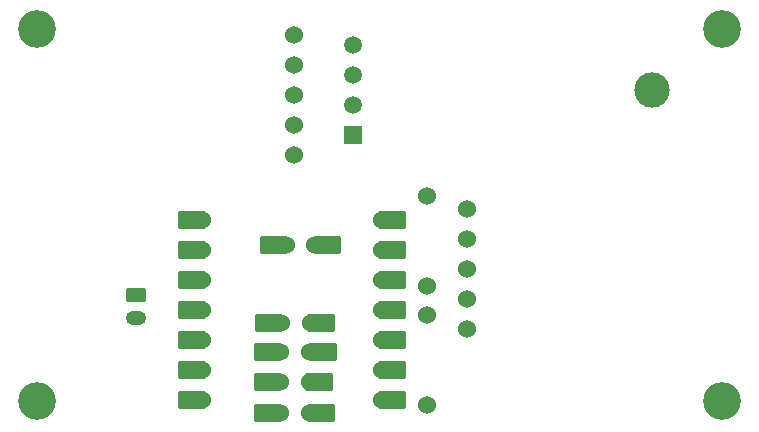
<source format=gbr>
%TF.GenerationSoftware,KiCad,Pcbnew,9.0.4*%
%TF.CreationDate,2025-08-19T16:45:46+02:00*%
%TF.ProjectId,XIAOC6_Occupancy_Battery,5849414f-4336-45f4-9f63-637570616e63,rev?*%
%TF.SameCoordinates,Original*%
%TF.FileFunction,Soldermask,Top*%
%TF.FilePolarity,Negative*%
%FSLAX46Y46*%
G04 Gerber Fmt 4.6, Leading zero omitted, Abs format (unit mm)*
G04 Created by KiCad (PCBNEW 9.0.4) date 2025-08-19 16:45:46*
%MOMM*%
%LPD*%
G01*
G04 APERTURE LIST*
G04 Aperture macros list*
%AMRoundRect*
0 Rectangle with rounded corners*
0 $1 Rounding radius*
0 $2 $3 $4 $5 $6 $7 $8 $9 X,Y pos of 4 corners*
0 Add a 4 corners polygon primitive as box body*
4,1,4,$2,$3,$4,$5,$6,$7,$8,$9,$2,$3,0*
0 Add four circle primitives for the rounded corners*
1,1,$1+$1,$2,$3*
1,1,$1+$1,$4,$5*
1,1,$1+$1,$6,$7*
1,1,$1+$1,$8,$9*
0 Add four rect primitives between the rounded corners*
20,1,$1+$1,$2,$3,$4,$5,0*
20,1,$1+$1,$4,$5,$6,$7,0*
20,1,$1+$1,$6,$7,$8,$9,0*
20,1,$1+$1,$8,$9,$2,$3,0*%
G04 Aperture macros list end*
%ADD10C,3.000000*%
%ADD11R,1.500000X1.500000*%
%ADD12C,1.500000*%
%ADD13RoundRect,0.250000X-0.625000X0.350000X-0.625000X-0.350000X0.625000X-0.350000X0.625000X0.350000X0*%
%ADD14O,1.750000X1.200000*%
%ADD15C,3.200000*%
%ADD16RoundRect,0.152400X-1.063600X-0.609600X1.063600X-0.609600X1.063600X0.609600X-1.063600X0.609600X0*%
%ADD17C,1.524000*%
%ADD18RoundRect,0.152400X1.063600X0.609600X-1.063600X0.609600X-1.063600X-0.609600X1.063600X-0.609600X0*%
%ADD19RoundRect,0.160000X-1.048000X-0.640000X1.048000X-0.640000X1.048000X0.640000X-1.048000X0.640000X0*%
%ADD20RoundRect,0.160000X1.048000X0.640000X-1.048000X0.640000X-1.048000X-0.640000X1.048000X-0.640000X0*%
G04 APERTURE END LIST*
D10*
%TO.C,U3*%
X139592500Y-33690000D03*
D11*
X114292500Y-37500000D03*
D12*
X114292500Y-34960000D03*
X114292500Y-32420000D03*
X114292500Y-29880000D03*
%TD*%
D13*
%TO.C,J1*%
X95850000Y-51000000D03*
D14*
X95850000Y-53000000D03*
%TD*%
D15*
%TO.C,H2*%
X145500000Y-60000000D03*
%TD*%
D16*
%TO.C,U2*%
X117575000Y-59920000D03*
D17*
X116740000Y-59920000D03*
D16*
X117575000Y-57380000D03*
D17*
X116740000Y-57380000D03*
D16*
X117575000Y-54840000D03*
D17*
X116740000Y-54840000D03*
D16*
X117575000Y-52300000D03*
D17*
X116740000Y-52300000D03*
D16*
X117575000Y-49760000D03*
D17*
X116740000Y-49760000D03*
D16*
X117575000Y-47220000D03*
D17*
X116740000Y-47220000D03*
D16*
X117575000Y-44680000D03*
D17*
X116740000Y-44680000D03*
X101500000Y-44680000D03*
D18*
X100665000Y-44680000D03*
D17*
X101500000Y-47220000D03*
D18*
X100665000Y-47220000D03*
D17*
X101500000Y-49760000D03*
D18*
X100665000Y-49760000D03*
D17*
X101500000Y-52300000D03*
D18*
X100665000Y-52300000D03*
D17*
X101500000Y-54840000D03*
D18*
X100665000Y-54840000D03*
D17*
X101500000Y-57380000D03*
D18*
X100665000Y-57380000D03*
D17*
X101500000Y-59920000D03*
D18*
X100665000Y-59920000D03*
D19*
X112083000Y-46800000D03*
D17*
X111075000Y-46800000D03*
X108575000Y-46800000D03*
D20*
X107567000Y-46800000D03*
D16*
X111575000Y-61000000D03*
D17*
X110575000Y-61000000D03*
X108075000Y-61000000D03*
D18*
X107075000Y-61000000D03*
D16*
X111410000Y-58400000D03*
D17*
X110575000Y-58400000D03*
X108075000Y-58400000D03*
D18*
X107075000Y-58400000D03*
D16*
X111675000Y-55900000D03*
D17*
X110575000Y-55900000D03*
X108075000Y-55900000D03*
D18*
X107075000Y-55900000D03*
D16*
X111510000Y-53400000D03*
D17*
X110675000Y-53400000D03*
X108175000Y-53400000D03*
D18*
X107175000Y-53400000D03*
%TD*%
D15*
%TO.C,H4*%
X87500000Y-28500000D03*
%TD*%
D17*
%TO.C,R1*%
X120500000Y-60310000D03*
X120500000Y-52690000D03*
%TD*%
D15*
%TO.C,H3*%
X87500000Y-60000000D03*
%TD*%
%TO.C,H1*%
X145500000Y-28500000D03*
%TD*%
D17*
%TO.C,R2*%
X120500000Y-50310000D03*
X120500000Y-42690000D03*
%TD*%
%TO.C,U4*%
X123876600Y-43762100D03*
X123876600Y-46302100D03*
X123876600Y-53922100D03*
X123876600Y-51382100D03*
X123876600Y-48842100D03*
%TD*%
%TO.C,U1*%
X109270000Y-39207000D03*
X109270000Y-36667000D03*
X109270000Y-34127000D03*
X109270000Y-31587000D03*
X109270000Y-29047000D03*
%TD*%
M02*

</source>
